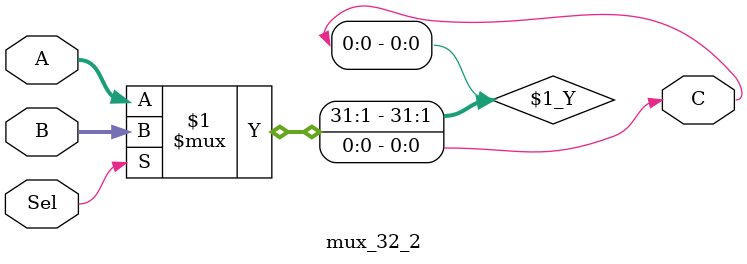
<source format=v>
`timescale 1ns / 1ps


module mux_32_2(
    A, B, C, Sel
    );
    
    input [31:0] A, B;
    input Sel;
    
    output C;
    
    assign C = Sel ? B : A;
    
endmodule

</source>
